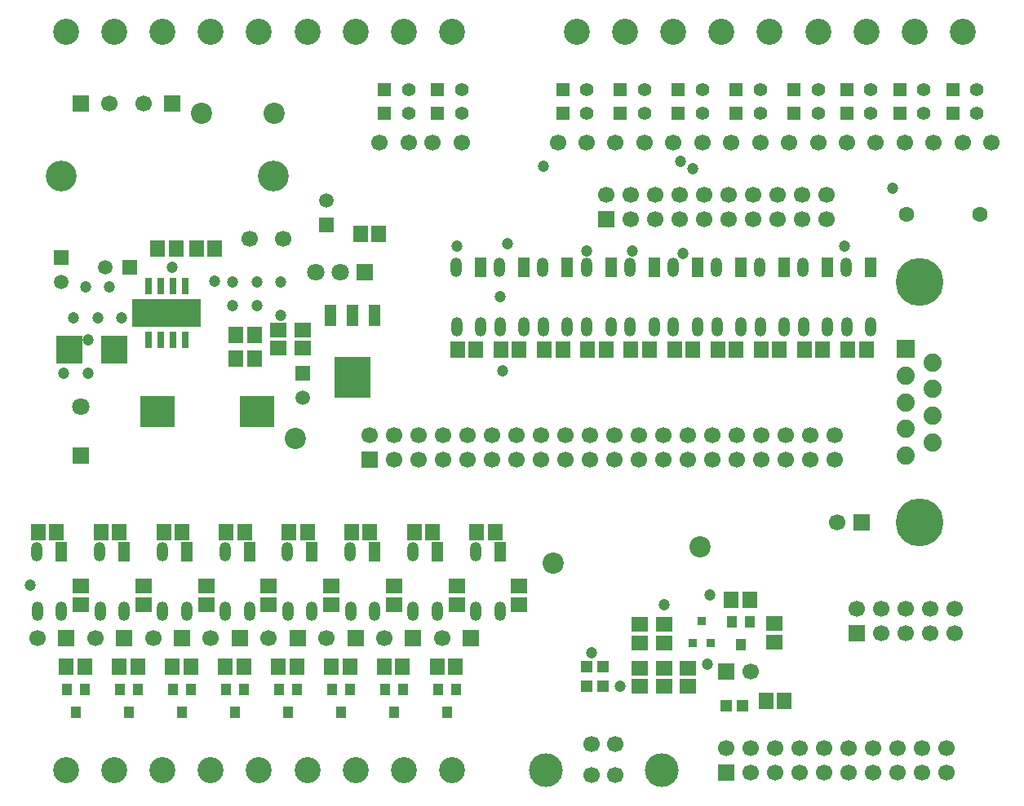
<source format=gts>
%FSLAX42Y42*%
%MOMM*%
G71*
G01*
G75*
%ADD10R,1.10X1.00*%
%ADD11R,1.50X1.30*%
%ADD12R,1.30X1.50*%
%ADD13R,0.76X0.76*%
%ADD14R,0.85X1.00*%
%ADD15R,3.50X4.00*%
%ADD16R,1.00X2.00*%
%ADD17O,1.00X1.80*%
%ADD18R,1.00X1.80*%
%ADD19R,0.60X1.50*%
%ADD20R,7.00X2.80*%
%ADD21R,2.50X2.70*%
%ADD22R,3.40X3.00*%
%ADD23C,0.80*%
%ADD24C,0.50*%
%ADD25C,0.30*%
%ADD26C,1.00*%
%ADD27C,0.60*%
%ADD28C,2.00*%
%ADD29C,0.25*%
%ADD30C,1.20*%
%ADD31C,0.40*%
%ADD32C,0.20*%
%ADD33R,11.00X2.50*%
%ADD34R,11.00X2.50*%
%ADD35R,2.00X0.75*%
%ADD36R,1.75X11.00*%
%ADD37R,3.25X7.50*%
%ADD38R,10.50X8.75*%
%ADD39R,1.99X5.39*%
%ADD40R,7.25X16.25*%
%ADD41R,5.00X10.00*%
%ADD42R,3.00X2.50*%
%ADD43R,5.75X2.75*%
%ADD44C,1.50*%
%ADD45C,1.20*%
%ADD46R,1.50X1.50*%
%ADD47R,1.20X1.20*%
%ADD48C,2.50*%
%ADD49R,1.30X1.30*%
%ADD50C,1.30*%
%ADD51C,2.00*%
%ADD52C,4.76*%
%ADD53R,1.69X1.69*%
%ADD54C,1.69*%
%ADD55C,1.40*%
%ADD56C,3.00*%
%ADD57C,1.60*%
%ADD58R,1.60X1.60*%
%ADD59C,3.30*%
%ADD60C,1.60*%
%ADD61R,1.60X1.60*%
%ADD62C,1.00*%
%ADD63R,15.00X5.00*%
%ADD64R,4.75X10.50*%
%ADD65R,7.50X10.75*%
%ADD66R,10.29X7.25*%
%ADD67R,13.50X10.25*%
%ADD68R,7.75X22.50*%
%ADD69C,0.25*%
%ADD70C,0.15*%
%ADD71R,1.82X0.60*%
%ADD72R,0.20X1.70*%
%ADD73R,1.70X0.30*%
%ADD74R,0.80X0.50*%
%ADD75R,1.61X0.20*%
%ADD76C,0.06*%
%ADD77R,3.00X12.00*%
%ADD78R,7.00X1.50*%
%ADD79R,2.00X2.00*%
%ADD80R,2.00X2.00*%
%ADD81R,1.70X0.40*%
%ADD82R,1.30X1.20*%
%ADD83R,1.70X1.50*%
%ADD84R,1.50X1.70*%
%ADD85R,0.96X0.96*%
%ADD86R,1.05X1.20*%
%ADD87R,3.70X4.20*%
%ADD88R,1.20X2.20*%
%ADD89O,1.20X2.00*%
%ADD90R,1.20X2.00*%
%ADD91R,0.80X1.70*%
%ADD92R,7.20X3.00*%
%ADD93R,2.70X2.90*%
%ADD94R,3.60X3.20*%
%ADD95C,1.70*%
%ADD96C,1.40*%
%ADD97R,1.70X1.70*%
%ADD98R,1.40X1.40*%
%ADD99C,2.70*%
%ADD100R,1.50X1.50*%
%ADD101C,1.50*%
%ADD102C,2.20*%
%ADD103C,4.96*%
%ADD104R,1.89X1.89*%
%ADD105C,1.89*%
%ADD106C,1.60*%
%ADD107C,3.20*%
%ADD108C,1.80*%
%ADD109R,1.80X1.80*%
%ADD110C,3.50*%
%ADD111C,1.80*%
%ADD112R,1.80X1.80*%
%ADD113C,1.20*%
D82*
X7520Y-7500D02*
D03*
X7350D02*
D03*
X6070Y-7300D02*
D03*
X5900D02*
D03*
X6070Y-7100D02*
D03*
X5900D02*
D03*
D83*
X6700Y-7300D02*
D03*
Y-7110D02*
D03*
X2950Y-3790D02*
D03*
Y-3600D02*
D03*
X6450Y-7110D02*
D03*
Y-7300D02*
D03*
X6700Y-6850D02*
D03*
Y-6660D02*
D03*
X6450Y-6660D02*
D03*
Y-6850D02*
D03*
X7850Y-6840D02*
D03*
Y-6650D02*
D03*
X6950Y-7110D02*
D03*
Y-7300D02*
D03*
X3250Y-6260D02*
D03*
Y-6450D02*
D03*
X3900Y-6260D02*
D03*
Y-6450D02*
D03*
X4550Y-6260D02*
D03*
Y-6450D02*
D03*
X5200Y-6260D02*
D03*
Y-6450D02*
D03*
X650Y-6260D02*
D03*
Y-6450D02*
D03*
X1300Y-6260D02*
D03*
Y-6450D02*
D03*
X1950Y-6260D02*
D03*
Y-6450D02*
D03*
X2600Y-6260D02*
D03*
Y-6450D02*
D03*
X2700Y-3600D02*
D03*
Y-3790D02*
D03*
D84*
X8350Y-3800D02*
D03*
X8160D02*
D03*
X7590Y-6400D02*
D03*
X7400D02*
D03*
X7760Y-7450D02*
D03*
X7950D02*
D03*
X3740Y-2600D02*
D03*
X3550D02*
D03*
X7710Y-3800D02*
D03*
X7900D02*
D03*
X8610D02*
D03*
X8800D02*
D03*
X4560D02*
D03*
X4750D02*
D03*
X5010D02*
D03*
X5200D02*
D03*
X5460D02*
D03*
X5650D02*
D03*
X5910D02*
D03*
X6100D02*
D03*
X6360D02*
D03*
X6550D02*
D03*
X6810D02*
D03*
X7000D02*
D03*
X7260D02*
D03*
X7450D02*
D03*
X2890Y-7100D02*
D03*
X2700D02*
D03*
X3440D02*
D03*
X3250D02*
D03*
X3990D02*
D03*
X3800D02*
D03*
X4540D02*
D03*
X4350D02*
D03*
X2810Y-5700D02*
D03*
X3000D02*
D03*
X3460D02*
D03*
X3650D02*
D03*
X4110D02*
D03*
X4300D02*
D03*
X4760D02*
D03*
X4950D02*
D03*
X690Y-7100D02*
D03*
X500D02*
D03*
X1240D02*
D03*
X1050D02*
D03*
X1790D02*
D03*
X1600D02*
D03*
X2340D02*
D03*
X2150D02*
D03*
X210Y-5700D02*
D03*
X400D02*
D03*
X860D02*
D03*
X1050D02*
D03*
X1510D02*
D03*
X1700D02*
D03*
X2160D02*
D03*
X2350D02*
D03*
X1640Y-2750D02*
D03*
X1450D02*
D03*
X2260Y-3650D02*
D03*
X2450D02*
D03*
X1850Y-2750D02*
D03*
X2040D02*
D03*
X2450Y-3900D02*
D03*
X2260D02*
D03*
D85*
X7095Y-6620D02*
D03*
X7000Y-6850D02*
D03*
X7190D02*
D03*
D86*
X7500Y-6870D02*
D03*
X7405Y-6630D02*
D03*
X7595D02*
D03*
X2800Y-7570D02*
D03*
X2705Y-7330D02*
D03*
X2895D02*
D03*
X3350Y-7570D02*
D03*
X3255Y-7330D02*
D03*
X3445D02*
D03*
X3900Y-7570D02*
D03*
X3805Y-7330D02*
D03*
X3995D02*
D03*
X4450Y-7570D02*
D03*
X4355Y-7330D02*
D03*
X4545D02*
D03*
X600Y-7570D02*
D03*
X505Y-7330D02*
D03*
X695D02*
D03*
X1150Y-7570D02*
D03*
X1055Y-7330D02*
D03*
X1245D02*
D03*
X1700Y-7570D02*
D03*
X1605Y-7330D02*
D03*
X1795D02*
D03*
X2250Y-7570D02*
D03*
X2155Y-7330D02*
D03*
X2345D02*
D03*
D87*
X3470Y-4090D02*
D03*
D88*
X3700Y-3450D02*
D03*
X3470D02*
D03*
X3240D02*
D03*
D89*
X4550Y-3570D02*
D03*
X4800D02*
D03*
X4546Y-2950D02*
D03*
X5000Y-3570D02*
D03*
X5250D02*
D03*
X4996Y-2950D02*
D03*
X5450Y-3570D02*
D03*
X5700D02*
D03*
X5446Y-2950D02*
D03*
X5900Y-3570D02*
D03*
X6150D02*
D03*
X5896Y-2950D02*
D03*
X6350Y-3570D02*
D03*
X6600D02*
D03*
X6346Y-2950D02*
D03*
X2800Y-6520D02*
D03*
X3050D02*
D03*
X2796Y-5900D02*
D03*
X3450Y-6520D02*
D03*
X3700D02*
D03*
X3446Y-5900D02*
D03*
X4100Y-6520D02*
D03*
X4350D02*
D03*
X4096Y-5900D02*
D03*
X4750Y-6520D02*
D03*
X5000D02*
D03*
X4746Y-5900D02*
D03*
X200Y-6520D02*
D03*
X450D02*
D03*
X196Y-5900D02*
D03*
X850Y-6520D02*
D03*
X1100D02*
D03*
X846Y-5900D02*
D03*
X1500Y-6520D02*
D03*
X1750D02*
D03*
X1496Y-5900D02*
D03*
X2150Y-6520D02*
D03*
X2400D02*
D03*
X2146Y-5900D02*
D03*
X8596Y-2950D02*
D03*
X8850Y-3570D02*
D03*
X8600D02*
D03*
X8146Y-2950D02*
D03*
X8400Y-3570D02*
D03*
X8150D02*
D03*
X7696Y-2950D02*
D03*
X7950Y-3570D02*
D03*
X7700D02*
D03*
X7246Y-2950D02*
D03*
X7500Y-3570D02*
D03*
X7250D02*
D03*
X6796Y-2950D02*
D03*
X7050Y-3570D02*
D03*
X6800D02*
D03*
D90*
X4800Y-2950D02*
D03*
X5250D02*
D03*
X5700D02*
D03*
X6150D02*
D03*
X6600D02*
D03*
X3050Y-5900D02*
D03*
X3700D02*
D03*
X4350D02*
D03*
X5000D02*
D03*
X450D02*
D03*
X1100D02*
D03*
X1750D02*
D03*
X2400D02*
D03*
X8850Y-2950D02*
D03*
X8400D02*
D03*
X7950D02*
D03*
X7500D02*
D03*
X7050D02*
D03*
D91*
X1731Y-3140D02*
D03*
X1604D02*
D03*
X1477D02*
D03*
X1350D02*
D03*
X1731Y-3700D02*
D03*
X1604D02*
D03*
X1477D02*
D03*
X1350D02*
D03*
D92*
X1540Y-3420D02*
D03*
D93*
X1000Y-3800D02*
D03*
X530D02*
D03*
D94*
X2480Y-4450D02*
D03*
X1450D02*
D03*
D95*
X950Y-1250D02*
D03*
X200Y-6800D02*
D03*
X800D02*
D03*
X1400D02*
D03*
X2000D02*
D03*
X2600D02*
D03*
X3200D02*
D03*
X3800D02*
D03*
X4400D02*
D03*
X7604Y-7150D02*
D03*
X8386Y-2196D02*
D03*
Y-2450D02*
D03*
X8132Y-2196D02*
D03*
Y-2450D02*
D03*
X7878Y-2196D02*
D03*
Y-2450D02*
D03*
X7624Y-2196D02*
D03*
Y-2450D02*
D03*
X7370Y-2196D02*
D03*
Y-2450D02*
D03*
X7116Y-2196D02*
D03*
Y-2450D02*
D03*
X6862Y-2196D02*
D03*
Y-2450D02*
D03*
X6608Y-2196D02*
D03*
Y-2450D02*
D03*
X6354Y-2196D02*
D03*
Y-2450D02*
D03*
X6100Y-2196D02*
D03*
X7350Y-7946D02*
D03*
X7604Y-8200D02*
D03*
Y-7946D02*
D03*
X7858Y-8200D02*
D03*
Y-7946D02*
D03*
X8112Y-8200D02*
D03*
Y-7946D02*
D03*
X8366Y-8200D02*
D03*
Y-7946D02*
D03*
X8620Y-8200D02*
D03*
Y-7946D02*
D03*
X8874Y-8200D02*
D03*
Y-7946D02*
D03*
X9128Y-8200D02*
D03*
Y-7946D02*
D03*
X9382Y-8200D02*
D03*
Y-7946D02*
D03*
X9636Y-8200D02*
D03*
Y-7946D02*
D03*
X3650Y-4696D02*
D03*
X3904Y-4950D02*
D03*
Y-4696D02*
D03*
X4158Y-4950D02*
D03*
Y-4696D02*
D03*
X4412Y-4950D02*
D03*
Y-4696D02*
D03*
X4666Y-4950D02*
D03*
Y-4696D02*
D03*
X4920Y-4950D02*
D03*
Y-4696D02*
D03*
X5174Y-4950D02*
D03*
Y-4696D02*
D03*
X5428Y-4950D02*
D03*
Y-4696D02*
D03*
X5682Y-4950D02*
D03*
Y-4696D02*
D03*
X5936Y-4950D02*
D03*
Y-4696D02*
D03*
X6190Y-4950D02*
D03*
Y-4696D02*
D03*
X6444Y-4950D02*
D03*
Y-4696D02*
D03*
X6698Y-4950D02*
D03*
Y-4696D02*
D03*
X6952Y-4950D02*
D03*
Y-4696D02*
D03*
X7206Y-4950D02*
D03*
Y-4696D02*
D03*
X7460Y-4950D02*
D03*
Y-4696D02*
D03*
X7714Y-4950D02*
D03*
Y-4696D02*
D03*
X7968Y-4950D02*
D03*
Y-4696D02*
D03*
X8222Y-4950D02*
D03*
Y-4696D02*
D03*
X8476Y-4950D02*
D03*
Y-4696D02*
D03*
X8496Y-5600D02*
D03*
X9716Y-6496D02*
D03*
Y-6750D02*
D03*
X9462Y-6496D02*
D03*
Y-6750D02*
D03*
X9208Y-6496D02*
D03*
Y-6750D02*
D03*
X8954Y-6496D02*
D03*
Y-6750D02*
D03*
X8700Y-6496D02*
D03*
X2400Y-2650D02*
D03*
X1300Y-1250D02*
D03*
X2750Y-2650D02*
D03*
X6200Y-8220D02*
D03*
X5950D02*
D03*
Y-7900D02*
D03*
X6200D02*
D03*
X10100Y-1650D02*
D03*
X9800D02*
D03*
X9500D02*
D03*
X9200D02*
D03*
X8900D02*
D03*
X8600D02*
D03*
X8300D02*
D03*
X8000D02*
D03*
X7700D02*
D03*
X7400D02*
D03*
X7100D02*
D03*
X6800D02*
D03*
X6500D02*
D03*
X6200D02*
D03*
X5900D02*
D03*
X5600D02*
D03*
X4600D02*
D03*
X4300D02*
D03*
X4050D02*
D03*
X3750D02*
D03*
D96*
X9950Y-1350D02*
D03*
X9400D02*
D03*
X8850D02*
D03*
X8300D02*
D03*
X7700D02*
D03*
X7100D02*
D03*
X5900D02*
D03*
X4600D02*
D03*
X4050D02*
D03*
Y-1100D02*
D03*
X5900D02*
D03*
X6500D02*
D03*
X7100D02*
D03*
X7700D02*
D03*
X8300D02*
D03*
X8850D02*
D03*
X9400D02*
D03*
X9950D02*
D03*
X6500Y-1350D02*
D03*
X4600Y-1100D02*
D03*
D97*
X500Y-6800D02*
D03*
X1100D02*
D03*
X1700D02*
D03*
X2300D02*
D03*
X2900D02*
D03*
X3500D02*
D03*
X4100D02*
D03*
X4700D02*
D03*
X650Y-1250D02*
D03*
X7350Y-7150D02*
D03*
X6100Y-2450D02*
D03*
X7350Y-8200D02*
D03*
X3650Y-4950D02*
D03*
X8750Y-5600D02*
D03*
X8700Y-6750D02*
D03*
X1600Y-1250D02*
D03*
D98*
X3800Y-1350D02*
D03*
X4350D02*
D03*
X5650D02*
D03*
X6850D02*
D03*
X7450D02*
D03*
X8050D02*
D03*
X8600D02*
D03*
X9150D02*
D03*
X9700D02*
D03*
X3800Y-1100D02*
D03*
X5650D02*
D03*
X6250D02*
D03*
X6850D02*
D03*
X7450D02*
D03*
X8050D02*
D03*
X8600D02*
D03*
X9150D02*
D03*
X9700D02*
D03*
X6250Y-1350D02*
D03*
X4350Y-1100D02*
D03*
D99*
X4500Y-8175D02*
D03*
X4000D02*
D03*
X3500D02*
D03*
X3000D02*
D03*
X2500D02*
D03*
X2000D02*
D03*
X1500D02*
D03*
X1000D02*
D03*
X500D02*
D03*
X1000Y-500D02*
D03*
X1500D02*
D03*
X500D02*
D03*
X3000D02*
D03*
X2500D02*
D03*
X2000D02*
D03*
X4500D02*
D03*
X4000D02*
D03*
X3500D02*
D03*
X6800D02*
D03*
X6300D02*
D03*
X5800D02*
D03*
X8300D02*
D03*
X7800D02*
D03*
X7300D02*
D03*
X9800D02*
D03*
X9300D02*
D03*
X8800D02*
D03*
D100*
X450Y-2846D02*
D03*
X2950Y-4046D02*
D03*
X3200Y-2504D02*
D03*
X1154Y-2950D02*
D03*
D101*
X450Y-3100D02*
D03*
X2950Y-4300D02*
D03*
X3200Y-2250D02*
D03*
X900Y-2950D02*
D03*
D102*
X1900Y-1350D02*
D03*
X2660D02*
D03*
X2875Y-4725D02*
D03*
X7075Y-5850D02*
D03*
X5550Y-6025D02*
D03*
D103*
X9350Y-5599D02*
D03*
Y-3100D02*
D03*
D104*
X9208Y-3796D02*
D03*
D105*
X9492Y-3935D02*
D03*
X9208Y-4073D02*
D03*
X9492Y-4212D02*
D03*
X9208Y-4350D02*
D03*
X9492Y-4488D02*
D03*
X9208Y-4627D02*
D03*
X9492Y-4765D02*
D03*
X9208Y-4904D02*
D03*
D106*
X9981Y-2400D02*
D03*
X9219D02*
D03*
D107*
X2650Y-2000D02*
D03*
X450D02*
D03*
D108*
X3092Y-3000D02*
D03*
X3346D02*
D03*
D109*
X3600D02*
D03*
D110*
X5472Y-8170D02*
D03*
X6678D02*
D03*
D111*
X650Y-4392D02*
D03*
D112*
Y-4900D02*
D03*
D113*
X4550Y-2725D02*
D03*
X5075Y-2700D02*
D03*
X5900Y-2775D02*
D03*
X6375D02*
D03*
X6900Y-2800D02*
D03*
X8575Y-2725D02*
D03*
X5450Y-1900D02*
D03*
X6875Y-1850D02*
D03*
X5000Y-3250D02*
D03*
X7000Y-1925D02*
D03*
X9075Y-2125D02*
D03*
X125Y-6250D02*
D03*
X1600Y-2950D02*
D03*
X2040Y-3090D02*
D03*
X5025Y-4025D02*
D03*
X6250Y-7300D02*
D03*
X5950Y-6950D02*
D03*
X7150Y-7075D02*
D03*
X6700Y-6450D02*
D03*
X7175Y-6350D02*
D03*
X1075Y-3475D02*
D03*
X825D02*
D03*
X575D02*
D03*
X950Y-3150D02*
D03*
X700D02*
D03*
X725Y-3700D02*
D03*
Y-4050D02*
D03*
X475D02*
D03*
X2725Y-3450D02*
D03*
Y-3100D02*
D03*
X2475D02*
D03*
X2225D02*
D03*
Y-3350D02*
D03*
X2475D02*
D03*
M02*

</source>
